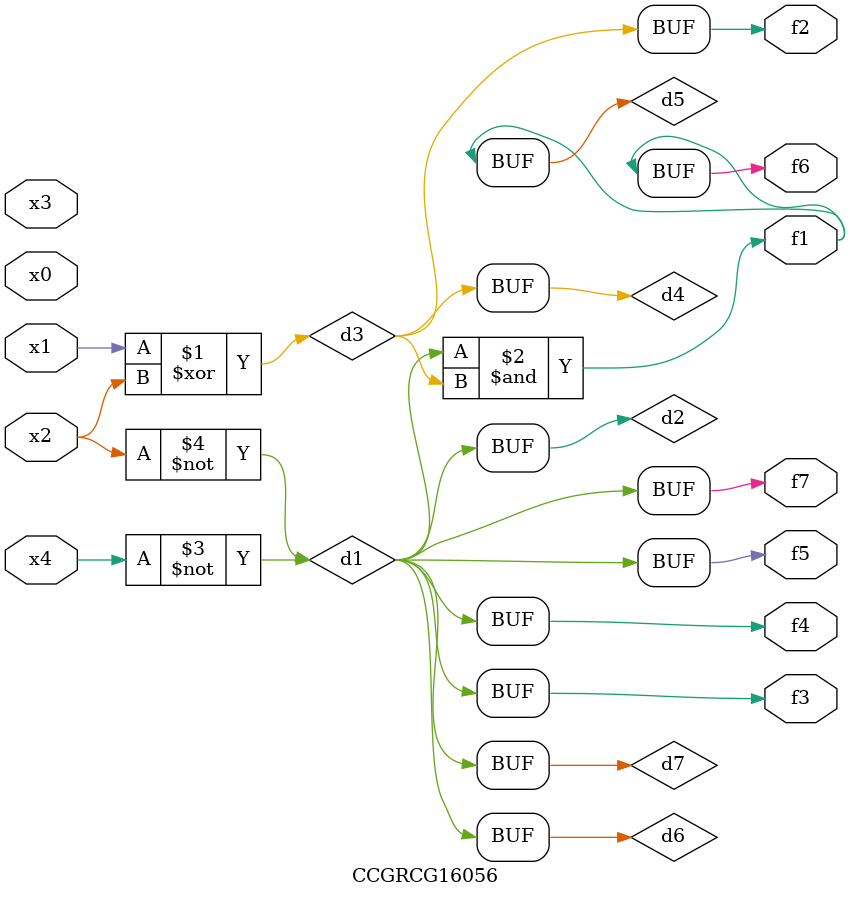
<source format=v>
module CCGRCG16056(
	input x0, x1, x2, x3, x4,
	output f1, f2, f3, f4, f5, f6, f7
);

	wire d1, d2, d3, d4, d5, d6, d7;

	not (d1, x4);
	not (d2, x2);
	xor (d3, x1, x2);
	buf (d4, d3);
	and (d5, d1, d3);
	buf (d6, d1, d2);
	buf (d7, d2);
	assign f1 = d5;
	assign f2 = d4;
	assign f3 = d7;
	assign f4 = d7;
	assign f5 = d7;
	assign f6 = d5;
	assign f7 = d7;
endmodule

</source>
